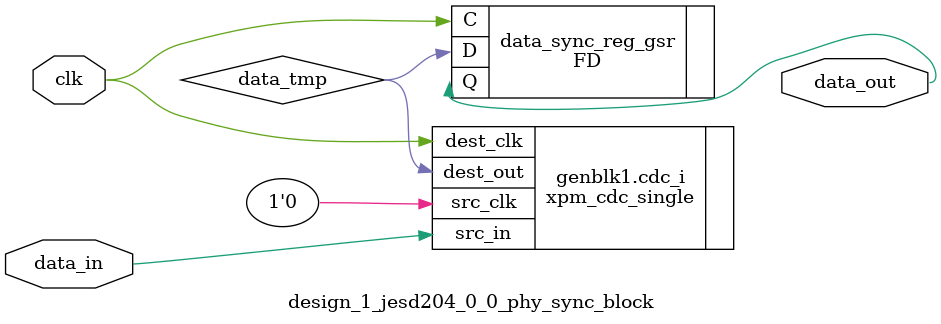
<source format=v>




`timescale 1ps / 1ps
`define USE_XPM_CDC

//(* dont_touch = "yes" *)
module design_1_jesd204_0_0_phy_sync_block #(
  parameter INITIALISE = 1'b0,
  parameter TYPE = 1'b0   //Set to 1 only for reset synchronizer
)
(
  input        clk,              // clock to be sync'ed to
  input        data_in,          // Data to be 'synced'
  output       data_out          // synced data
);

`ifdef USE_XPM_CDC
  wire data_tmp;
  generate
  if (TYPE == 0)
  begin
    // Use the new Xilinx CDC libraries.
    xpm_cdc_single #(
      .DEST_SYNC_FF  (4), // Number of registers in the destination clock domain to account for MTBF
      .SRC_INPUT_REG (0)  // Determines whether there is an input register in src_clk domain.
                        // SRC_INPUT_REG = 0, input register is not present
    ) cdc_i  (
      .src_clk  (1'd0     ),
      .dest_clk (clk      ),
      .src_in   (data_in  ),
      .dest_out (data_tmp )
    );

  end
  else begin
    xpm_cdc_async_rst #(
      //Common module parameters
      .DEST_SYNC_FF    (5), // integer; range: 2-10
      .RST_ACTIVE_HIGH (1)  // integer; 0=active low reset, 1=active high reset
    ) xpm_cdc_async_rst_inst (
      .src_arst  (data_in),
      .dest_clk  (clk),
      .dest_arst (data_tmp)
    );
  end
  endgenerate

  (* ASYNC_REG = "TRUE", SHREG_EXTRACT = "NO" *)
  FD #(
    .INIT (INITIALISE[0])
  ) data_sync_reg_gsr (
    .C  (clk     ),
    .D  (data_tmp),
    .Q  (data_out)
  );

`else
  // Internal Signals
  wire   data_sync0;
  wire   data_sync1;
  wire   data_sync2;
  wire   data_sync3;
  wire   data_sync4;


  (* ASYNC_REG = "TRUE", SHREG_EXTRACT = "NO" *)
  FD #(
    .INIT (INITIALISE[0])
  ) data_sync_reg0 (
    .C  (clk),
    .D  (data_in),
    .Q  (data_sync0)
  );

  (* ASYNC_REG = "TRUE", SHREG_EXTRACT = "NO" *)
  FD #(
   .INIT (INITIALISE[0])
  ) data_sync_reg1 (
  .C  (clk),
  .D  (data_sync0),
  .Q  (data_sync1)
  );

  (* ASYNC_REG = "TRUE", SHREG_EXTRACT = "NO" *)
  FD #(
   .INIT (INITIALISE[0])
  ) data_sync_reg2 (
  .C  (clk),
  .D  (data_sync1),
  .Q  (data_sync2)
  );

  (* ASYNC_REG = "TRUE", SHREG_EXTRACT = "NO" *)
  FD #(
   .INIT (INITIALISE[0])
  ) data_sync_reg3 (
  .C  (clk),
  .D  (data_sync2),
  .Q  (data_sync3)
  );

  (* ASYNC_REG = "TRUE", SHREG_EXTRACT = "NO" *)
  FD #(
   .INIT (INITIALISE[0])
  ) data_sync_reg4 (
  .C  (clk),
  .D  (data_sync3),
  .Q  (data_sync4)
  );

  assign data_out = data_sync4;
`endif

endmodule

</source>
